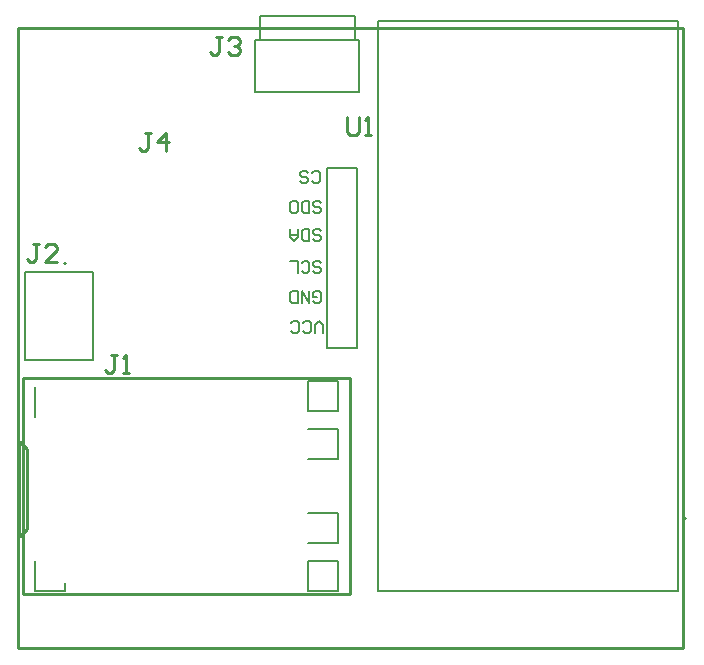
<source format=gbr>
G04*
G04 #@! TF.GenerationSoftware,Altium Limited,Altium Designer,24.6.1 (21)*
G04*
G04 Layer_Color=65535*
%FSLAX44Y44*%
%MOMM*%
G71*
G04*
G04 #@! TF.SameCoordinates,8B27C9E9-A4C2-4BD9-AFE1-7C446D6426E9*
G04*
G04*
G04 #@! TF.FilePolarity,Positive*
G04*
G01*
G75*
%ADD10C,0.2000*%
%ADD11C,0.2540*%
%ADD12C,0.1270*%
%ADD13C,0.2032*%
%ADD14C,0.2030*%
D10*
X1455570Y853780D02*
G03*
X1455570Y853780I-1000J0D01*
G01*
X930810Y1069290D02*
G03*
X930810Y1069290I-1000J0D01*
G01*
D11*
X890270Y744220D02*
X1452880D01*
X890270Y1268730D02*
X1452880D01*
Y744220D02*
Y1268730D01*
X890270Y744220D02*
Y1268730D01*
X891769Y918540D02*
X897669Y912640D01*
X890770Y918540D02*
X891769D01*
Y839041D02*
X897669Y844941D01*
X890570Y839041D02*
X891769D01*
X897669Y844941D02*
Y912640D01*
X890570Y838840D02*
Y918840D01*
X894080Y789940D02*
Y972820D01*
X1170940Y789940D02*
Y972820D01*
X894080D02*
X1170940D01*
X894080Y789940D02*
X1170940D01*
X1168403Y1193798D02*
Y1181102D01*
X1170943Y1178562D01*
X1176021D01*
X1178560Y1181102D01*
Y1193798D01*
X1183638Y1178562D02*
X1188717D01*
X1186178D01*
Y1193798D01*
X1183638Y1191258D01*
X1002535Y1179825D02*
X997456D01*
X999995D01*
Y1167129D01*
X997456Y1164590D01*
X994917D01*
X992378Y1167129D01*
X1015231Y1164590D02*
Y1179825D01*
X1007613Y1172207D01*
X1017770D01*
X1062991Y1261107D02*
X1057913D01*
X1060452D01*
Y1248412D01*
X1057913Y1245872D01*
X1055373D01*
X1052834Y1248412D01*
X1068069Y1258568D02*
X1070608Y1261107D01*
X1075687D01*
X1078226Y1258568D01*
Y1256029D01*
X1075687Y1253490D01*
X1073148D01*
X1075687D01*
X1078226Y1250951D01*
Y1248412D01*
X1075687Y1245872D01*
X1070608D01*
X1068069Y1248412D01*
X908051Y1085847D02*
X902972D01*
X905512D01*
Y1073152D01*
X902972Y1070612D01*
X900433D01*
X897894Y1073152D01*
X923286Y1070612D02*
X913129D01*
X923286Y1080769D01*
Y1083308D01*
X920747Y1085847D01*
X915668D01*
X913129Y1083308D01*
X974090Y991868D02*
X969012D01*
X971551D01*
Y979172D01*
X969012Y976633D01*
X966472D01*
X963933Y979172D01*
X979168Y976633D02*
X984247D01*
X981708D01*
Y991868D01*
X979168Y989328D01*
D12*
X1091060Y1214980D02*
X1179060D01*
X1091060D02*
Y1258980D01*
X1095060D01*
X1175060D01*
X1179060D01*
Y1214980D02*
Y1258980D01*
X1175060D02*
Y1278980D01*
X1095060D02*
X1175060D01*
X1095060Y1258980D02*
Y1278980D01*
X1195070Y792480D02*
Y1275080D01*
Y792480D02*
X1449070D01*
X1195070Y1275080D02*
X1449070D01*
Y792480D02*
Y1275080D01*
X895810Y987890D02*
Y1061890D01*
Y987890D02*
X953310D01*
Y1061890D01*
X895810D02*
X953310D01*
D13*
X904240Y939800D02*
Y965200D01*
Y792480D02*
Y817880D01*
Y792480D02*
X929640D01*
X1160780Y951230D02*
Y970280D01*
X1135380D02*
X1160780D01*
X1135380Y944880D02*
Y970280D01*
Y944880D02*
X1160780D01*
Y798830D02*
Y817880D01*
X1135380D02*
X1160780D01*
X1135380Y792480D02*
Y817880D01*
Y792480D02*
X1160780D01*
Y910590D02*
Y929640D01*
X1135380D02*
X1160780D01*
X1135380Y904240D02*
X1160780D01*
Y839470D02*
Y858520D01*
X1135380D02*
X1160780D01*
X1135380Y833120D02*
X1160780D01*
X1151890Y998220D02*
Y1017270D01*
Y998220D02*
X1177290D01*
Y1150620D01*
X1151890D02*
X1177290D01*
X1138875Y1139669D02*
X1140541Y1138003D01*
X1143874D01*
X1145540Y1139669D01*
Y1146334D01*
X1143874Y1148000D01*
X1140541D01*
X1138875Y1146334D01*
X1128878Y1139669D02*
X1130545Y1138003D01*
X1133877D01*
X1135543Y1139669D01*
Y1141336D01*
X1133877Y1143002D01*
X1130545D01*
X1128878Y1144668D01*
Y1146334D01*
X1130545Y1148000D01*
X1133877D01*
X1135543Y1146334D01*
X1140145Y1114269D02*
X1141811Y1112603D01*
X1145144D01*
X1146810Y1114269D01*
Y1115936D01*
X1145144Y1117602D01*
X1141811D01*
X1140145Y1119268D01*
Y1120934D01*
X1141811Y1122600D01*
X1145144D01*
X1146810Y1120934D01*
X1136813Y1112603D02*
Y1122600D01*
X1131814D01*
X1130148Y1120934D01*
Y1114269D01*
X1131814Y1112603D01*
X1136813D01*
X1121818D02*
X1125150D01*
X1126816Y1114269D01*
Y1120934D01*
X1125150Y1122600D01*
X1121818D01*
X1120152Y1120934D01*
Y1114269D01*
X1121818Y1112603D01*
X1140145Y1090139D02*
X1141811Y1088473D01*
X1145144D01*
X1146810Y1090139D01*
Y1091806D01*
X1145144Y1093472D01*
X1141811D01*
X1140145Y1095138D01*
Y1096804D01*
X1141811Y1098470D01*
X1145144D01*
X1146810Y1096804D01*
X1136813Y1088473D02*
Y1098470D01*
X1131814D01*
X1130148Y1096804D01*
Y1090139D01*
X1131814Y1088473D01*
X1136813D01*
X1126816Y1098470D02*
Y1091806D01*
X1123484Y1088473D01*
X1120152Y1091806D01*
Y1098470D01*
Y1093472D01*
X1126816D01*
X1140145Y1063469D02*
X1141811Y1061803D01*
X1145144D01*
X1146810Y1063469D01*
Y1065136D01*
X1145144Y1066802D01*
X1141811D01*
X1140145Y1068468D01*
Y1070134D01*
X1141811Y1071800D01*
X1145144D01*
X1146810Y1070134D01*
X1130148Y1063469D02*
X1131814Y1061803D01*
X1135147D01*
X1136813Y1063469D01*
Y1070134D01*
X1135147Y1071800D01*
X1131814D01*
X1130148Y1070134D01*
X1126816Y1061803D02*
Y1071800D01*
X1120152D01*
X1140145Y1038070D02*
X1141811Y1036403D01*
X1145144D01*
X1146810Y1038070D01*
Y1044734D01*
X1145144Y1046400D01*
X1141811D01*
X1140145Y1044734D01*
Y1041402D01*
X1143477D01*
X1136813Y1046400D02*
Y1036403D01*
X1130148Y1046400D01*
Y1036403D01*
X1126816D02*
Y1046400D01*
X1121818D01*
X1120152Y1044734D01*
Y1038070D01*
X1121818Y1036403D01*
X1126816D01*
X1148080Y1011003D02*
Y1017668D01*
X1144747Y1021000D01*
X1141415Y1017668D01*
Y1011003D01*
X1131418Y1012670D02*
X1133084Y1011003D01*
X1136417D01*
X1138083Y1012670D01*
Y1019334D01*
X1136417Y1021000D01*
X1133084D01*
X1131418Y1019334D01*
X1121422Y1012670D02*
X1123088Y1011003D01*
X1126420D01*
X1128086Y1012670D01*
Y1019334D01*
X1126420Y1021000D01*
X1123088D01*
X1121422Y1019334D01*
D14*
X929640Y792480D02*
Y798830D01*
X1160780Y944880D02*
Y951230D01*
Y792480D02*
Y798830D01*
Y904240D02*
Y910590D01*
Y833120D02*
Y839470D01*
X1151890Y1017270D02*
Y1150620D01*
M02*

</source>
